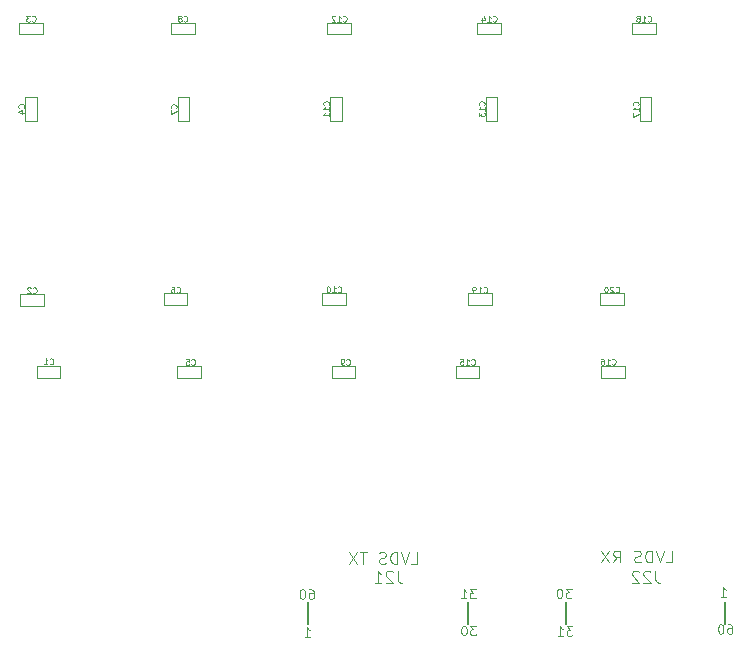
<source format=gbr>
%TF.GenerationSoftware,KiCad,Pcbnew,8.0.1*%
%TF.CreationDate,2024-06-10T14:17:39+05:30*%
%TF.ProjectId,GPIO HAT 1,4750494f-2048-4415-9420-312e6b696361,rev?*%
%TF.SameCoordinates,Original*%
%TF.FileFunction,Legend,Bot*%
%TF.FilePolarity,Positive*%
%FSLAX46Y46*%
G04 Gerber Fmt 4.6, Leading zero omitted, Abs format (unit mm)*
G04 Created by KiCad (PCBNEW 8.0.1) date 2024-06-10 14:17:39*
%MOMM*%
%LPD*%
G01*
G04 APERTURE LIST*
%ADD10C,0.100000*%
%ADD11C,0.050000*%
%ADD12C,0.200000*%
G04 APERTURE END LIST*
D10*
X137797325Y-138957119D02*
X138273515Y-138957119D01*
X138273515Y-138957119D02*
X138273515Y-137957119D01*
X137606848Y-137957119D02*
X137273515Y-138957119D01*
X137273515Y-138957119D02*
X136940182Y-137957119D01*
X136606848Y-138957119D02*
X136606848Y-137957119D01*
X136606848Y-137957119D02*
X136368753Y-137957119D01*
X136368753Y-137957119D02*
X136225896Y-138004738D01*
X136225896Y-138004738D02*
X136130658Y-138099976D01*
X136130658Y-138099976D02*
X136083039Y-138195214D01*
X136083039Y-138195214D02*
X136035420Y-138385690D01*
X136035420Y-138385690D02*
X136035420Y-138528547D01*
X136035420Y-138528547D02*
X136083039Y-138719023D01*
X136083039Y-138719023D02*
X136130658Y-138814261D01*
X136130658Y-138814261D02*
X136225896Y-138909500D01*
X136225896Y-138909500D02*
X136368753Y-138957119D01*
X136368753Y-138957119D02*
X136606848Y-138957119D01*
X135654467Y-138909500D02*
X135511610Y-138957119D01*
X135511610Y-138957119D02*
X135273515Y-138957119D01*
X135273515Y-138957119D02*
X135178277Y-138909500D01*
X135178277Y-138909500D02*
X135130658Y-138861880D01*
X135130658Y-138861880D02*
X135083039Y-138766642D01*
X135083039Y-138766642D02*
X135083039Y-138671404D01*
X135083039Y-138671404D02*
X135130658Y-138576166D01*
X135130658Y-138576166D02*
X135178277Y-138528547D01*
X135178277Y-138528547D02*
X135273515Y-138480928D01*
X135273515Y-138480928D02*
X135463991Y-138433309D01*
X135463991Y-138433309D02*
X135559229Y-138385690D01*
X135559229Y-138385690D02*
X135606848Y-138338071D01*
X135606848Y-138338071D02*
X135654467Y-138242833D01*
X135654467Y-138242833D02*
X135654467Y-138147595D01*
X135654467Y-138147595D02*
X135606848Y-138052357D01*
X135606848Y-138052357D02*
X135559229Y-138004738D01*
X135559229Y-138004738D02*
X135463991Y-137957119D01*
X135463991Y-137957119D02*
X135225896Y-137957119D01*
X135225896Y-137957119D02*
X135083039Y-138004738D01*
X133321134Y-138957119D02*
X133654467Y-138480928D01*
X133892562Y-138957119D02*
X133892562Y-137957119D01*
X133892562Y-137957119D02*
X133511610Y-137957119D01*
X133511610Y-137957119D02*
X133416372Y-138004738D01*
X133416372Y-138004738D02*
X133368753Y-138052357D01*
X133368753Y-138052357D02*
X133321134Y-138147595D01*
X133321134Y-138147595D02*
X133321134Y-138290452D01*
X133321134Y-138290452D02*
X133368753Y-138385690D01*
X133368753Y-138385690D02*
X133416372Y-138433309D01*
X133416372Y-138433309D02*
X133511610Y-138480928D01*
X133511610Y-138480928D02*
X133892562Y-138480928D01*
X132987800Y-137957119D02*
X132321134Y-138957119D01*
X132321134Y-137957119D02*
X132987800Y-138957119D01*
X129812125Y-141186895D02*
X129316887Y-141186895D01*
X129316887Y-141186895D02*
X129583553Y-141491657D01*
X129583553Y-141491657D02*
X129469268Y-141491657D01*
X129469268Y-141491657D02*
X129393077Y-141529752D01*
X129393077Y-141529752D02*
X129354982Y-141567847D01*
X129354982Y-141567847D02*
X129316887Y-141644038D01*
X129316887Y-141644038D02*
X129316887Y-141834514D01*
X129316887Y-141834514D02*
X129354982Y-141910704D01*
X129354982Y-141910704D02*
X129393077Y-141948800D01*
X129393077Y-141948800D02*
X129469268Y-141986895D01*
X129469268Y-141986895D02*
X129697839Y-141986895D01*
X129697839Y-141986895D02*
X129774030Y-141948800D01*
X129774030Y-141948800D02*
X129812125Y-141910704D01*
X128821648Y-141186895D02*
X128745458Y-141186895D01*
X128745458Y-141186895D02*
X128669267Y-141224990D01*
X128669267Y-141224990D02*
X128631172Y-141263085D01*
X128631172Y-141263085D02*
X128593077Y-141339276D01*
X128593077Y-141339276D02*
X128554982Y-141491657D01*
X128554982Y-141491657D02*
X128554982Y-141682133D01*
X128554982Y-141682133D02*
X128593077Y-141834514D01*
X128593077Y-141834514D02*
X128631172Y-141910704D01*
X128631172Y-141910704D02*
X128669267Y-141948800D01*
X128669267Y-141948800D02*
X128745458Y-141986895D01*
X128745458Y-141986895D02*
X128821648Y-141986895D01*
X128821648Y-141986895D02*
X128897839Y-141948800D01*
X128897839Y-141948800D02*
X128935934Y-141910704D01*
X128935934Y-141910704D02*
X128974029Y-141834514D01*
X128974029Y-141834514D02*
X129012125Y-141682133D01*
X129012125Y-141682133D02*
X129012125Y-141491657D01*
X129012125Y-141491657D02*
X128974029Y-141339276D01*
X128974029Y-141339276D02*
X128935934Y-141263085D01*
X128935934Y-141263085D02*
X128897839Y-141224990D01*
X128897839Y-141224990D02*
X128821648Y-141186895D01*
X129862925Y-144387295D02*
X129367687Y-144387295D01*
X129367687Y-144387295D02*
X129634353Y-144692057D01*
X129634353Y-144692057D02*
X129520068Y-144692057D01*
X129520068Y-144692057D02*
X129443877Y-144730152D01*
X129443877Y-144730152D02*
X129405782Y-144768247D01*
X129405782Y-144768247D02*
X129367687Y-144844438D01*
X129367687Y-144844438D02*
X129367687Y-145034914D01*
X129367687Y-145034914D02*
X129405782Y-145111104D01*
X129405782Y-145111104D02*
X129443877Y-145149200D01*
X129443877Y-145149200D02*
X129520068Y-145187295D01*
X129520068Y-145187295D02*
X129748639Y-145187295D01*
X129748639Y-145187295D02*
X129824830Y-145149200D01*
X129824830Y-145149200D02*
X129862925Y-145111104D01*
X128605782Y-145187295D02*
X129062925Y-145187295D01*
X128834353Y-145187295D02*
X128834353Y-144387295D01*
X128834353Y-144387295D02*
X128910544Y-144501580D01*
X128910544Y-144501580D02*
X128986734Y-144577771D01*
X128986734Y-144577771D02*
X129062925Y-144615866D01*
X116207325Y-139084119D02*
X116683515Y-139084119D01*
X116683515Y-139084119D02*
X116683515Y-138084119D01*
X116016848Y-138084119D02*
X115683515Y-139084119D01*
X115683515Y-139084119D02*
X115350182Y-138084119D01*
X115016848Y-139084119D02*
X115016848Y-138084119D01*
X115016848Y-138084119D02*
X114778753Y-138084119D01*
X114778753Y-138084119D02*
X114635896Y-138131738D01*
X114635896Y-138131738D02*
X114540658Y-138226976D01*
X114540658Y-138226976D02*
X114493039Y-138322214D01*
X114493039Y-138322214D02*
X114445420Y-138512690D01*
X114445420Y-138512690D02*
X114445420Y-138655547D01*
X114445420Y-138655547D02*
X114493039Y-138846023D01*
X114493039Y-138846023D02*
X114540658Y-138941261D01*
X114540658Y-138941261D02*
X114635896Y-139036500D01*
X114635896Y-139036500D02*
X114778753Y-139084119D01*
X114778753Y-139084119D02*
X115016848Y-139084119D01*
X114064467Y-139036500D02*
X113921610Y-139084119D01*
X113921610Y-139084119D02*
X113683515Y-139084119D01*
X113683515Y-139084119D02*
X113588277Y-139036500D01*
X113588277Y-139036500D02*
X113540658Y-138988880D01*
X113540658Y-138988880D02*
X113493039Y-138893642D01*
X113493039Y-138893642D02*
X113493039Y-138798404D01*
X113493039Y-138798404D02*
X113540658Y-138703166D01*
X113540658Y-138703166D02*
X113588277Y-138655547D01*
X113588277Y-138655547D02*
X113683515Y-138607928D01*
X113683515Y-138607928D02*
X113873991Y-138560309D01*
X113873991Y-138560309D02*
X113969229Y-138512690D01*
X113969229Y-138512690D02*
X114016848Y-138465071D01*
X114016848Y-138465071D02*
X114064467Y-138369833D01*
X114064467Y-138369833D02*
X114064467Y-138274595D01*
X114064467Y-138274595D02*
X114016848Y-138179357D01*
X114016848Y-138179357D02*
X113969229Y-138131738D01*
X113969229Y-138131738D02*
X113873991Y-138084119D01*
X113873991Y-138084119D02*
X113635896Y-138084119D01*
X113635896Y-138084119D02*
X113493039Y-138131738D01*
X112445419Y-138084119D02*
X111873991Y-138084119D01*
X112159705Y-139084119D02*
X112159705Y-138084119D01*
X111635895Y-138084119D02*
X110969229Y-139084119D01*
X110969229Y-138084119D02*
X111635895Y-139084119D01*
X142423287Y-141859895D02*
X142880430Y-141859895D01*
X142651858Y-141859895D02*
X142651858Y-141059895D01*
X142651858Y-141059895D02*
X142728049Y-141174180D01*
X142728049Y-141174180D02*
X142804239Y-141250371D01*
X142804239Y-141250371D02*
X142880430Y-141288466D01*
X107193487Y-145263495D02*
X107650630Y-145263495D01*
X107422058Y-145263495D02*
X107422058Y-144463495D01*
X107422058Y-144463495D02*
X107498249Y-144577780D01*
X107498249Y-144577780D02*
X107574439Y-144653971D01*
X107574439Y-144653971D02*
X107650630Y-144692066D01*
X107599877Y-141237695D02*
X107752258Y-141237695D01*
X107752258Y-141237695D02*
X107828449Y-141275790D01*
X107828449Y-141275790D02*
X107866544Y-141313885D01*
X107866544Y-141313885D02*
X107942734Y-141428171D01*
X107942734Y-141428171D02*
X107980830Y-141580552D01*
X107980830Y-141580552D02*
X107980830Y-141885314D01*
X107980830Y-141885314D02*
X107942734Y-141961504D01*
X107942734Y-141961504D02*
X107904639Y-141999600D01*
X107904639Y-141999600D02*
X107828449Y-142037695D01*
X107828449Y-142037695D02*
X107676068Y-142037695D01*
X107676068Y-142037695D02*
X107599877Y-141999600D01*
X107599877Y-141999600D02*
X107561782Y-141961504D01*
X107561782Y-141961504D02*
X107523687Y-141885314D01*
X107523687Y-141885314D02*
X107523687Y-141694838D01*
X107523687Y-141694838D02*
X107561782Y-141618647D01*
X107561782Y-141618647D02*
X107599877Y-141580552D01*
X107599877Y-141580552D02*
X107676068Y-141542457D01*
X107676068Y-141542457D02*
X107828449Y-141542457D01*
X107828449Y-141542457D02*
X107904639Y-141580552D01*
X107904639Y-141580552D02*
X107942734Y-141618647D01*
X107942734Y-141618647D02*
X107980830Y-141694838D01*
X107028448Y-141237695D02*
X106952258Y-141237695D01*
X106952258Y-141237695D02*
X106876067Y-141275790D01*
X106876067Y-141275790D02*
X106837972Y-141313885D01*
X106837972Y-141313885D02*
X106799877Y-141390076D01*
X106799877Y-141390076D02*
X106761782Y-141542457D01*
X106761782Y-141542457D02*
X106761782Y-141732933D01*
X106761782Y-141732933D02*
X106799877Y-141885314D01*
X106799877Y-141885314D02*
X106837972Y-141961504D01*
X106837972Y-141961504D02*
X106876067Y-141999600D01*
X106876067Y-141999600D02*
X106952258Y-142037695D01*
X106952258Y-142037695D02*
X107028448Y-142037695D01*
X107028448Y-142037695D02*
X107104639Y-141999600D01*
X107104639Y-141999600D02*
X107142734Y-141961504D01*
X107142734Y-141961504D02*
X107180829Y-141885314D01*
X107180829Y-141885314D02*
X107218925Y-141732933D01*
X107218925Y-141732933D02*
X107218925Y-141542457D01*
X107218925Y-141542457D02*
X107180829Y-141390076D01*
X107180829Y-141390076D02*
X107142734Y-141313885D01*
X107142734Y-141313885D02*
X107104639Y-141275790D01*
X107104639Y-141275790D02*
X107028448Y-141237695D01*
X121709525Y-144336495D02*
X121214287Y-144336495D01*
X121214287Y-144336495D02*
X121480953Y-144641257D01*
X121480953Y-144641257D02*
X121366668Y-144641257D01*
X121366668Y-144641257D02*
X121290477Y-144679352D01*
X121290477Y-144679352D02*
X121252382Y-144717447D01*
X121252382Y-144717447D02*
X121214287Y-144793638D01*
X121214287Y-144793638D02*
X121214287Y-144984114D01*
X121214287Y-144984114D02*
X121252382Y-145060304D01*
X121252382Y-145060304D02*
X121290477Y-145098400D01*
X121290477Y-145098400D02*
X121366668Y-145136495D01*
X121366668Y-145136495D02*
X121595239Y-145136495D01*
X121595239Y-145136495D02*
X121671430Y-145098400D01*
X121671430Y-145098400D02*
X121709525Y-145060304D01*
X120719048Y-144336495D02*
X120642858Y-144336495D01*
X120642858Y-144336495D02*
X120566667Y-144374590D01*
X120566667Y-144374590D02*
X120528572Y-144412685D01*
X120528572Y-144412685D02*
X120490477Y-144488876D01*
X120490477Y-144488876D02*
X120452382Y-144641257D01*
X120452382Y-144641257D02*
X120452382Y-144831733D01*
X120452382Y-144831733D02*
X120490477Y-144984114D01*
X120490477Y-144984114D02*
X120528572Y-145060304D01*
X120528572Y-145060304D02*
X120566667Y-145098400D01*
X120566667Y-145098400D02*
X120642858Y-145136495D01*
X120642858Y-145136495D02*
X120719048Y-145136495D01*
X120719048Y-145136495D02*
X120795239Y-145098400D01*
X120795239Y-145098400D02*
X120833334Y-145060304D01*
X120833334Y-145060304D02*
X120871429Y-144984114D01*
X120871429Y-144984114D02*
X120909525Y-144831733D01*
X120909525Y-144831733D02*
X120909525Y-144641257D01*
X120909525Y-144641257D02*
X120871429Y-144488876D01*
X120871429Y-144488876D02*
X120833334Y-144412685D01*
X120833334Y-144412685D02*
X120795239Y-144374590D01*
X120795239Y-144374590D02*
X120719048Y-144336495D01*
X121684125Y-141212295D02*
X121188887Y-141212295D01*
X121188887Y-141212295D02*
X121455553Y-141517057D01*
X121455553Y-141517057D02*
X121341268Y-141517057D01*
X121341268Y-141517057D02*
X121265077Y-141555152D01*
X121265077Y-141555152D02*
X121226982Y-141593247D01*
X121226982Y-141593247D02*
X121188887Y-141669438D01*
X121188887Y-141669438D02*
X121188887Y-141859914D01*
X121188887Y-141859914D02*
X121226982Y-141936104D01*
X121226982Y-141936104D02*
X121265077Y-141974200D01*
X121265077Y-141974200D02*
X121341268Y-142012295D01*
X121341268Y-142012295D02*
X121569839Y-142012295D01*
X121569839Y-142012295D02*
X121646030Y-141974200D01*
X121646030Y-141974200D02*
X121684125Y-141936104D01*
X120426982Y-142012295D02*
X120884125Y-142012295D01*
X120655553Y-142012295D02*
X120655553Y-141212295D01*
X120655553Y-141212295D02*
X120731744Y-141326580D01*
X120731744Y-141326580D02*
X120807934Y-141402771D01*
X120807934Y-141402771D02*
X120884125Y-141440866D01*
X143032877Y-144184095D02*
X143185258Y-144184095D01*
X143185258Y-144184095D02*
X143261449Y-144222190D01*
X143261449Y-144222190D02*
X143299544Y-144260285D01*
X143299544Y-144260285D02*
X143375734Y-144374571D01*
X143375734Y-144374571D02*
X143413830Y-144526952D01*
X143413830Y-144526952D02*
X143413830Y-144831714D01*
X143413830Y-144831714D02*
X143375734Y-144907904D01*
X143375734Y-144907904D02*
X143337639Y-144946000D01*
X143337639Y-144946000D02*
X143261449Y-144984095D01*
X143261449Y-144984095D02*
X143109068Y-144984095D01*
X143109068Y-144984095D02*
X143032877Y-144946000D01*
X143032877Y-144946000D02*
X142994782Y-144907904D01*
X142994782Y-144907904D02*
X142956687Y-144831714D01*
X142956687Y-144831714D02*
X142956687Y-144641238D01*
X142956687Y-144641238D02*
X142994782Y-144565047D01*
X142994782Y-144565047D02*
X143032877Y-144526952D01*
X143032877Y-144526952D02*
X143109068Y-144488857D01*
X143109068Y-144488857D02*
X143261449Y-144488857D01*
X143261449Y-144488857D02*
X143337639Y-144526952D01*
X143337639Y-144526952D02*
X143375734Y-144565047D01*
X143375734Y-144565047D02*
X143413830Y-144641238D01*
X142461448Y-144184095D02*
X142385258Y-144184095D01*
X142385258Y-144184095D02*
X142309067Y-144222190D01*
X142309067Y-144222190D02*
X142270972Y-144260285D01*
X142270972Y-144260285D02*
X142232877Y-144336476D01*
X142232877Y-144336476D02*
X142194782Y-144488857D01*
X142194782Y-144488857D02*
X142194782Y-144679333D01*
X142194782Y-144679333D02*
X142232877Y-144831714D01*
X142232877Y-144831714D02*
X142270972Y-144907904D01*
X142270972Y-144907904D02*
X142309067Y-144946000D01*
X142309067Y-144946000D02*
X142385258Y-144984095D01*
X142385258Y-144984095D02*
X142461448Y-144984095D01*
X142461448Y-144984095D02*
X142537639Y-144946000D01*
X142537639Y-144946000D02*
X142575734Y-144907904D01*
X142575734Y-144907904D02*
X142613829Y-144831714D01*
X142613829Y-144831714D02*
X142651925Y-144679333D01*
X142651925Y-144679333D02*
X142651925Y-144488857D01*
X142651925Y-144488857D02*
X142613829Y-144336476D01*
X142613829Y-144336476D02*
X142575734Y-144260285D01*
X142575734Y-144260285D02*
X142537639Y-144222190D01*
X142537639Y-144222190D02*
X142461448Y-144184095D01*
D11*
X110720733Y-122196990D02*
X110744542Y-122220800D01*
X110744542Y-122220800D02*
X110815971Y-122244609D01*
X110815971Y-122244609D02*
X110863590Y-122244609D01*
X110863590Y-122244609D02*
X110935018Y-122220800D01*
X110935018Y-122220800D02*
X110982637Y-122173180D01*
X110982637Y-122173180D02*
X111006447Y-122125561D01*
X111006447Y-122125561D02*
X111030256Y-122030323D01*
X111030256Y-122030323D02*
X111030256Y-121958895D01*
X111030256Y-121958895D02*
X111006447Y-121863657D01*
X111006447Y-121863657D02*
X110982637Y-121816038D01*
X110982637Y-121816038D02*
X110935018Y-121768419D01*
X110935018Y-121768419D02*
X110863590Y-121744609D01*
X110863590Y-121744609D02*
X110815971Y-121744609D01*
X110815971Y-121744609D02*
X110744542Y-121768419D01*
X110744542Y-121768419D02*
X110720733Y-121792228D01*
X110482637Y-122244609D02*
X110387399Y-122244609D01*
X110387399Y-122244609D02*
X110339780Y-122220800D01*
X110339780Y-122220800D02*
X110315971Y-122196990D01*
X110315971Y-122196990D02*
X110268352Y-122125561D01*
X110268352Y-122125561D02*
X110244542Y-122030323D01*
X110244542Y-122030323D02*
X110244542Y-121839847D01*
X110244542Y-121839847D02*
X110268352Y-121792228D01*
X110268352Y-121792228D02*
X110292161Y-121768419D01*
X110292161Y-121768419D02*
X110339780Y-121744609D01*
X110339780Y-121744609D02*
X110435018Y-121744609D01*
X110435018Y-121744609D02*
X110482637Y-121768419D01*
X110482637Y-121768419D02*
X110506447Y-121792228D01*
X110506447Y-121792228D02*
X110530256Y-121839847D01*
X110530256Y-121839847D02*
X110530256Y-121958895D01*
X110530256Y-121958895D02*
X110506447Y-122006514D01*
X110506447Y-122006514D02*
X110482637Y-122030323D01*
X110482637Y-122030323D02*
X110435018Y-122054133D01*
X110435018Y-122054133D02*
X110339780Y-122054133D01*
X110339780Y-122054133D02*
X110292161Y-122030323D01*
X110292161Y-122030323D02*
X110268352Y-122006514D01*
X110268352Y-122006514D02*
X110244542Y-121958895D01*
X96349333Y-116075590D02*
X96373142Y-116099400D01*
X96373142Y-116099400D02*
X96444571Y-116123209D01*
X96444571Y-116123209D02*
X96492190Y-116123209D01*
X96492190Y-116123209D02*
X96563618Y-116099400D01*
X96563618Y-116099400D02*
X96611237Y-116051780D01*
X96611237Y-116051780D02*
X96635047Y-116004161D01*
X96635047Y-116004161D02*
X96658856Y-115908923D01*
X96658856Y-115908923D02*
X96658856Y-115837495D01*
X96658856Y-115837495D02*
X96635047Y-115742257D01*
X96635047Y-115742257D02*
X96611237Y-115694638D01*
X96611237Y-115694638D02*
X96563618Y-115647019D01*
X96563618Y-115647019D02*
X96492190Y-115623209D01*
X96492190Y-115623209D02*
X96444571Y-115623209D01*
X96444571Y-115623209D02*
X96373142Y-115647019D01*
X96373142Y-115647019D02*
X96349333Y-115670828D01*
X95920761Y-115623209D02*
X96015999Y-115623209D01*
X96015999Y-115623209D02*
X96063618Y-115647019D01*
X96063618Y-115647019D02*
X96087428Y-115670828D01*
X96087428Y-115670828D02*
X96135047Y-115742257D01*
X96135047Y-115742257D02*
X96158856Y-115837495D01*
X96158856Y-115837495D02*
X96158856Y-116027971D01*
X96158856Y-116027971D02*
X96135047Y-116075590D01*
X96135047Y-116075590D02*
X96111237Y-116099400D01*
X96111237Y-116099400D02*
X96063618Y-116123209D01*
X96063618Y-116123209D02*
X95968380Y-116123209D01*
X95968380Y-116123209D02*
X95920761Y-116099400D01*
X95920761Y-116099400D02*
X95896952Y-116075590D01*
X95896952Y-116075590D02*
X95873142Y-116027971D01*
X95873142Y-116027971D02*
X95873142Y-115908923D01*
X95873142Y-115908923D02*
X95896952Y-115861304D01*
X95896952Y-115861304D02*
X95920761Y-115837495D01*
X95920761Y-115837495D02*
X95968380Y-115813685D01*
X95968380Y-115813685D02*
X96063618Y-115813685D01*
X96063618Y-115813685D02*
X96111237Y-115837495D01*
X96111237Y-115837495D02*
X96135047Y-115861304D01*
X96135047Y-115861304D02*
X96158856Y-115908923D01*
X123130428Y-93139390D02*
X123154237Y-93163200D01*
X123154237Y-93163200D02*
X123225666Y-93187009D01*
X123225666Y-93187009D02*
X123273285Y-93187009D01*
X123273285Y-93187009D02*
X123344713Y-93163200D01*
X123344713Y-93163200D02*
X123392332Y-93115580D01*
X123392332Y-93115580D02*
X123416142Y-93067961D01*
X123416142Y-93067961D02*
X123439951Y-92972723D01*
X123439951Y-92972723D02*
X123439951Y-92901295D01*
X123439951Y-92901295D02*
X123416142Y-92806057D01*
X123416142Y-92806057D02*
X123392332Y-92758438D01*
X123392332Y-92758438D02*
X123344713Y-92710819D01*
X123344713Y-92710819D02*
X123273285Y-92687009D01*
X123273285Y-92687009D02*
X123225666Y-92687009D01*
X123225666Y-92687009D02*
X123154237Y-92710819D01*
X123154237Y-92710819D02*
X123130428Y-92734628D01*
X122654237Y-93187009D02*
X122939951Y-93187009D01*
X122797094Y-93187009D02*
X122797094Y-92687009D01*
X122797094Y-92687009D02*
X122844713Y-92758438D01*
X122844713Y-92758438D02*
X122892332Y-92806057D01*
X122892332Y-92806057D02*
X122939951Y-92829866D01*
X122225666Y-92853676D02*
X122225666Y-93187009D01*
X122344714Y-92663200D02*
X122463761Y-93020342D01*
X122463761Y-93020342D02*
X122154238Y-93020342D01*
X122338028Y-116075590D02*
X122361837Y-116099400D01*
X122361837Y-116099400D02*
X122433266Y-116123209D01*
X122433266Y-116123209D02*
X122480885Y-116123209D01*
X122480885Y-116123209D02*
X122552313Y-116099400D01*
X122552313Y-116099400D02*
X122599932Y-116051780D01*
X122599932Y-116051780D02*
X122623742Y-116004161D01*
X122623742Y-116004161D02*
X122647551Y-115908923D01*
X122647551Y-115908923D02*
X122647551Y-115837495D01*
X122647551Y-115837495D02*
X122623742Y-115742257D01*
X122623742Y-115742257D02*
X122599932Y-115694638D01*
X122599932Y-115694638D02*
X122552313Y-115647019D01*
X122552313Y-115647019D02*
X122480885Y-115623209D01*
X122480885Y-115623209D02*
X122433266Y-115623209D01*
X122433266Y-115623209D02*
X122361837Y-115647019D01*
X122361837Y-115647019D02*
X122338028Y-115670828D01*
X121861837Y-116123209D02*
X122147551Y-116123209D01*
X122004694Y-116123209D02*
X122004694Y-115623209D01*
X122004694Y-115623209D02*
X122052313Y-115694638D01*
X122052313Y-115694638D02*
X122099932Y-115742257D01*
X122099932Y-115742257D02*
X122147551Y-115766066D01*
X121623742Y-116123209D02*
X121528504Y-116123209D01*
X121528504Y-116123209D02*
X121480885Y-116099400D01*
X121480885Y-116099400D02*
X121457076Y-116075590D01*
X121457076Y-116075590D02*
X121409457Y-116004161D01*
X121409457Y-116004161D02*
X121385647Y-115908923D01*
X121385647Y-115908923D02*
X121385647Y-115718447D01*
X121385647Y-115718447D02*
X121409457Y-115670828D01*
X121409457Y-115670828D02*
X121433266Y-115647019D01*
X121433266Y-115647019D02*
X121480885Y-115623209D01*
X121480885Y-115623209D02*
X121576123Y-115623209D01*
X121576123Y-115623209D02*
X121623742Y-115647019D01*
X121623742Y-115647019D02*
X121647552Y-115670828D01*
X121647552Y-115670828D02*
X121671361Y-115718447D01*
X121671361Y-115718447D02*
X121671361Y-115837495D01*
X121671361Y-115837495D02*
X121647552Y-115885114D01*
X121647552Y-115885114D02*
X121623742Y-115908923D01*
X121623742Y-115908923D02*
X121576123Y-115932733D01*
X121576123Y-115932733D02*
X121480885Y-115932733D01*
X121480885Y-115932733D02*
X121433266Y-115908923D01*
X121433266Y-115908923D02*
X121409457Y-115885114D01*
X121409457Y-115885114D02*
X121385647Y-115837495D01*
X136231828Y-93139390D02*
X136255637Y-93163200D01*
X136255637Y-93163200D02*
X136327066Y-93187009D01*
X136327066Y-93187009D02*
X136374685Y-93187009D01*
X136374685Y-93187009D02*
X136446113Y-93163200D01*
X136446113Y-93163200D02*
X136493732Y-93115580D01*
X136493732Y-93115580D02*
X136517542Y-93067961D01*
X136517542Y-93067961D02*
X136541351Y-92972723D01*
X136541351Y-92972723D02*
X136541351Y-92901295D01*
X136541351Y-92901295D02*
X136517542Y-92806057D01*
X136517542Y-92806057D02*
X136493732Y-92758438D01*
X136493732Y-92758438D02*
X136446113Y-92710819D01*
X136446113Y-92710819D02*
X136374685Y-92687009D01*
X136374685Y-92687009D02*
X136327066Y-92687009D01*
X136327066Y-92687009D02*
X136255637Y-92710819D01*
X136255637Y-92710819D02*
X136231828Y-92734628D01*
X135755637Y-93187009D02*
X136041351Y-93187009D01*
X135898494Y-93187009D02*
X135898494Y-92687009D01*
X135898494Y-92687009D02*
X135946113Y-92758438D01*
X135946113Y-92758438D02*
X135993732Y-92806057D01*
X135993732Y-92806057D02*
X136041351Y-92829866D01*
X135469923Y-92901295D02*
X135517542Y-92877485D01*
X135517542Y-92877485D02*
X135541352Y-92853676D01*
X135541352Y-92853676D02*
X135565161Y-92806057D01*
X135565161Y-92806057D02*
X135565161Y-92782247D01*
X135565161Y-92782247D02*
X135541352Y-92734628D01*
X135541352Y-92734628D02*
X135517542Y-92710819D01*
X135517542Y-92710819D02*
X135469923Y-92687009D01*
X135469923Y-92687009D02*
X135374685Y-92687009D01*
X135374685Y-92687009D02*
X135327066Y-92710819D01*
X135327066Y-92710819D02*
X135303257Y-92734628D01*
X135303257Y-92734628D02*
X135279447Y-92782247D01*
X135279447Y-92782247D02*
X135279447Y-92806057D01*
X135279447Y-92806057D02*
X135303257Y-92853676D01*
X135303257Y-92853676D02*
X135327066Y-92877485D01*
X135327066Y-92877485D02*
X135374685Y-92901295D01*
X135374685Y-92901295D02*
X135469923Y-92901295D01*
X135469923Y-92901295D02*
X135517542Y-92925104D01*
X135517542Y-92925104D02*
X135541352Y-92948914D01*
X135541352Y-92948914D02*
X135565161Y-92996533D01*
X135565161Y-92996533D02*
X135565161Y-93091771D01*
X135565161Y-93091771D02*
X135541352Y-93139390D01*
X135541352Y-93139390D02*
X135517542Y-93163200D01*
X135517542Y-93163200D02*
X135469923Y-93187009D01*
X135469923Y-93187009D02*
X135374685Y-93187009D01*
X135374685Y-93187009D02*
X135327066Y-93163200D01*
X135327066Y-93163200D02*
X135303257Y-93139390D01*
X135303257Y-93139390D02*
X135279447Y-93091771D01*
X135279447Y-93091771D02*
X135279447Y-92996533D01*
X135279447Y-92996533D02*
X135303257Y-92948914D01*
X135303257Y-92948914D02*
X135327066Y-92925104D01*
X135327066Y-92925104D02*
X135374685Y-92901295D01*
X83411890Y-100475266D02*
X83435700Y-100451457D01*
X83435700Y-100451457D02*
X83459509Y-100380028D01*
X83459509Y-100380028D02*
X83459509Y-100332409D01*
X83459509Y-100332409D02*
X83435700Y-100260981D01*
X83435700Y-100260981D02*
X83388080Y-100213362D01*
X83388080Y-100213362D02*
X83340461Y-100189552D01*
X83340461Y-100189552D02*
X83245223Y-100165743D01*
X83245223Y-100165743D02*
X83173795Y-100165743D01*
X83173795Y-100165743D02*
X83078557Y-100189552D01*
X83078557Y-100189552D02*
X83030938Y-100213362D01*
X83030938Y-100213362D02*
X82983319Y-100260981D01*
X82983319Y-100260981D02*
X82959509Y-100332409D01*
X82959509Y-100332409D02*
X82959509Y-100380028D01*
X82959509Y-100380028D02*
X82983319Y-100451457D01*
X82983319Y-100451457D02*
X83007128Y-100475266D01*
X83126176Y-100903838D02*
X83459509Y-100903838D01*
X82935700Y-100784790D02*
X83292842Y-100665743D01*
X83292842Y-100665743D02*
X83292842Y-100975266D01*
X109993628Y-116050190D02*
X110017437Y-116074000D01*
X110017437Y-116074000D02*
X110088866Y-116097809D01*
X110088866Y-116097809D02*
X110136485Y-116097809D01*
X110136485Y-116097809D02*
X110207913Y-116074000D01*
X110207913Y-116074000D02*
X110255532Y-116026380D01*
X110255532Y-116026380D02*
X110279342Y-115978761D01*
X110279342Y-115978761D02*
X110303151Y-115883523D01*
X110303151Y-115883523D02*
X110303151Y-115812095D01*
X110303151Y-115812095D02*
X110279342Y-115716857D01*
X110279342Y-115716857D02*
X110255532Y-115669238D01*
X110255532Y-115669238D02*
X110207913Y-115621619D01*
X110207913Y-115621619D02*
X110136485Y-115597809D01*
X110136485Y-115597809D02*
X110088866Y-115597809D01*
X110088866Y-115597809D02*
X110017437Y-115621619D01*
X110017437Y-115621619D02*
X109993628Y-115645428D01*
X109517437Y-116097809D02*
X109803151Y-116097809D01*
X109660294Y-116097809D02*
X109660294Y-115597809D01*
X109660294Y-115597809D02*
X109707913Y-115669238D01*
X109707913Y-115669238D02*
X109755532Y-115716857D01*
X109755532Y-115716857D02*
X109803151Y-115740666D01*
X109207914Y-115597809D02*
X109160295Y-115597809D01*
X109160295Y-115597809D02*
X109112676Y-115621619D01*
X109112676Y-115621619D02*
X109088866Y-115645428D01*
X109088866Y-115645428D02*
X109065057Y-115693047D01*
X109065057Y-115693047D02*
X109041247Y-115788285D01*
X109041247Y-115788285D02*
X109041247Y-115907333D01*
X109041247Y-115907333D02*
X109065057Y-116002571D01*
X109065057Y-116002571D02*
X109088866Y-116050190D01*
X109088866Y-116050190D02*
X109112676Y-116074000D01*
X109112676Y-116074000D02*
X109160295Y-116097809D01*
X109160295Y-116097809D02*
X109207914Y-116097809D01*
X109207914Y-116097809D02*
X109255533Y-116074000D01*
X109255533Y-116074000D02*
X109279342Y-116050190D01*
X109279342Y-116050190D02*
X109303152Y-116002571D01*
X109303152Y-116002571D02*
X109326961Y-115907333D01*
X109326961Y-115907333D02*
X109326961Y-115788285D01*
X109326961Y-115788285D02*
X109303152Y-115693047D01*
X109303152Y-115693047D02*
X109279342Y-115645428D01*
X109279342Y-115645428D02*
X109255533Y-115621619D01*
X109255533Y-115621619D02*
X109207914Y-115597809D01*
X84106533Y-93139390D02*
X84130342Y-93163200D01*
X84130342Y-93163200D02*
X84201771Y-93187009D01*
X84201771Y-93187009D02*
X84249390Y-93187009D01*
X84249390Y-93187009D02*
X84320818Y-93163200D01*
X84320818Y-93163200D02*
X84368437Y-93115580D01*
X84368437Y-93115580D02*
X84392247Y-93067961D01*
X84392247Y-93067961D02*
X84416056Y-92972723D01*
X84416056Y-92972723D02*
X84416056Y-92901295D01*
X84416056Y-92901295D02*
X84392247Y-92806057D01*
X84392247Y-92806057D02*
X84368437Y-92758438D01*
X84368437Y-92758438D02*
X84320818Y-92710819D01*
X84320818Y-92710819D02*
X84249390Y-92687009D01*
X84249390Y-92687009D02*
X84201771Y-92687009D01*
X84201771Y-92687009D02*
X84130342Y-92710819D01*
X84130342Y-92710819D02*
X84106533Y-92734628D01*
X83939866Y-92687009D02*
X83630342Y-92687009D01*
X83630342Y-92687009D02*
X83797009Y-92877485D01*
X83797009Y-92877485D02*
X83725580Y-92877485D01*
X83725580Y-92877485D02*
X83677961Y-92901295D01*
X83677961Y-92901295D02*
X83654152Y-92925104D01*
X83654152Y-92925104D02*
X83630342Y-92972723D01*
X83630342Y-92972723D02*
X83630342Y-93091771D01*
X83630342Y-93091771D02*
X83654152Y-93139390D01*
X83654152Y-93139390D02*
X83677961Y-93163200D01*
X83677961Y-93163200D02*
X83725580Y-93187009D01*
X83725580Y-93187009D02*
X83868437Y-93187009D01*
X83868437Y-93187009D02*
X83916056Y-93163200D01*
X83916056Y-93163200D02*
X83939866Y-93139390D01*
X97588933Y-122196990D02*
X97612742Y-122220800D01*
X97612742Y-122220800D02*
X97684171Y-122244609D01*
X97684171Y-122244609D02*
X97731790Y-122244609D01*
X97731790Y-122244609D02*
X97803218Y-122220800D01*
X97803218Y-122220800D02*
X97850837Y-122173180D01*
X97850837Y-122173180D02*
X97874647Y-122125561D01*
X97874647Y-122125561D02*
X97898456Y-122030323D01*
X97898456Y-122030323D02*
X97898456Y-121958895D01*
X97898456Y-121958895D02*
X97874647Y-121863657D01*
X97874647Y-121863657D02*
X97850837Y-121816038D01*
X97850837Y-121816038D02*
X97803218Y-121768419D01*
X97803218Y-121768419D02*
X97731790Y-121744609D01*
X97731790Y-121744609D02*
X97684171Y-121744609D01*
X97684171Y-121744609D02*
X97612742Y-121768419D01*
X97612742Y-121768419D02*
X97588933Y-121792228D01*
X97136552Y-121744609D02*
X97374647Y-121744609D01*
X97374647Y-121744609D02*
X97398456Y-121982704D01*
X97398456Y-121982704D02*
X97374647Y-121958895D01*
X97374647Y-121958895D02*
X97327028Y-121935085D01*
X97327028Y-121935085D02*
X97207980Y-121935085D01*
X97207980Y-121935085D02*
X97160361Y-121958895D01*
X97160361Y-121958895D02*
X97136552Y-121982704D01*
X97136552Y-121982704D02*
X97112742Y-122030323D01*
X97112742Y-122030323D02*
X97112742Y-122149371D01*
X97112742Y-122149371D02*
X97136552Y-122196990D01*
X97136552Y-122196990D02*
X97160361Y-122220800D01*
X97160361Y-122220800D02*
X97207980Y-122244609D01*
X97207980Y-122244609D02*
X97327028Y-122244609D01*
X97327028Y-122244609D02*
X97374647Y-122220800D01*
X97374647Y-122220800D02*
X97398456Y-122196990D01*
X133514028Y-116058290D02*
X133537837Y-116082100D01*
X133537837Y-116082100D02*
X133609266Y-116105909D01*
X133609266Y-116105909D02*
X133656885Y-116105909D01*
X133656885Y-116105909D02*
X133728313Y-116082100D01*
X133728313Y-116082100D02*
X133775932Y-116034480D01*
X133775932Y-116034480D02*
X133799742Y-115986861D01*
X133799742Y-115986861D02*
X133823551Y-115891623D01*
X133823551Y-115891623D02*
X133823551Y-115820195D01*
X133823551Y-115820195D02*
X133799742Y-115724957D01*
X133799742Y-115724957D02*
X133775932Y-115677338D01*
X133775932Y-115677338D02*
X133728313Y-115629719D01*
X133728313Y-115629719D02*
X133656885Y-115605909D01*
X133656885Y-115605909D02*
X133609266Y-115605909D01*
X133609266Y-115605909D02*
X133537837Y-115629719D01*
X133537837Y-115629719D02*
X133514028Y-115653528D01*
X133323551Y-115653528D02*
X133299742Y-115629719D01*
X133299742Y-115629719D02*
X133252123Y-115605909D01*
X133252123Y-115605909D02*
X133133075Y-115605909D01*
X133133075Y-115605909D02*
X133085456Y-115629719D01*
X133085456Y-115629719D02*
X133061647Y-115653528D01*
X133061647Y-115653528D02*
X133037837Y-115701147D01*
X133037837Y-115701147D02*
X133037837Y-115748766D01*
X133037837Y-115748766D02*
X133061647Y-115820195D01*
X133061647Y-115820195D02*
X133347361Y-116105909D01*
X133347361Y-116105909D02*
X133037837Y-116105909D01*
X132728314Y-115605909D02*
X132680695Y-115605909D01*
X132680695Y-115605909D02*
X132633076Y-115629719D01*
X132633076Y-115629719D02*
X132609266Y-115653528D01*
X132609266Y-115653528D02*
X132585457Y-115701147D01*
X132585457Y-115701147D02*
X132561647Y-115796385D01*
X132561647Y-115796385D02*
X132561647Y-115915433D01*
X132561647Y-115915433D02*
X132585457Y-116010671D01*
X132585457Y-116010671D02*
X132609266Y-116058290D01*
X132609266Y-116058290D02*
X132633076Y-116082100D01*
X132633076Y-116082100D02*
X132680695Y-116105909D01*
X132680695Y-116105909D02*
X132728314Y-116105909D01*
X132728314Y-116105909D02*
X132775933Y-116082100D01*
X132775933Y-116082100D02*
X132799742Y-116058290D01*
X132799742Y-116058290D02*
X132823552Y-116010671D01*
X132823552Y-116010671D02*
X132847361Y-115915433D01*
X132847361Y-115915433D02*
X132847361Y-115796385D01*
X132847361Y-115796385D02*
X132823552Y-115701147D01*
X132823552Y-115701147D02*
X132799742Y-115653528D01*
X132799742Y-115653528D02*
X132775933Y-115629719D01*
X132775933Y-115629719D02*
X132728314Y-115605909D01*
X121301628Y-122196990D02*
X121325437Y-122220800D01*
X121325437Y-122220800D02*
X121396866Y-122244609D01*
X121396866Y-122244609D02*
X121444485Y-122244609D01*
X121444485Y-122244609D02*
X121515913Y-122220800D01*
X121515913Y-122220800D02*
X121563532Y-122173180D01*
X121563532Y-122173180D02*
X121587342Y-122125561D01*
X121587342Y-122125561D02*
X121611151Y-122030323D01*
X121611151Y-122030323D02*
X121611151Y-121958895D01*
X121611151Y-121958895D02*
X121587342Y-121863657D01*
X121587342Y-121863657D02*
X121563532Y-121816038D01*
X121563532Y-121816038D02*
X121515913Y-121768419D01*
X121515913Y-121768419D02*
X121444485Y-121744609D01*
X121444485Y-121744609D02*
X121396866Y-121744609D01*
X121396866Y-121744609D02*
X121325437Y-121768419D01*
X121325437Y-121768419D02*
X121301628Y-121792228D01*
X120825437Y-122244609D02*
X121111151Y-122244609D01*
X120968294Y-122244609D02*
X120968294Y-121744609D01*
X120968294Y-121744609D02*
X121015913Y-121816038D01*
X121015913Y-121816038D02*
X121063532Y-121863657D01*
X121063532Y-121863657D02*
X121111151Y-121887466D01*
X120373057Y-121744609D02*
X120611152Y-121744609D01*
X120611152Y-121744609D02*
X120634961Y-121982704D01*
X120634961Y-121982704D02*
X120611152Y-121958895D01*
X120611152Y-121958895D02*
X120563533Y-121935085D01*
X120563533Y-121935085D02*
X120444485Y-121935085D01*
X120444485Y-121935085D02*
X120396866Y-121958895D01*
X120396866Y-121958895D02*
X120373057Y-121982704D01*
X120373057Y-121982704D02*
X120349247Y-122030323D01*
X120349247Y-122030323D02*
X120349247Y-122149371D01*
X120349247Y-122149371D02*
X120373057Y-122196990D01*
X120373057Y-122196990D02*
X120396866Y-122220800D01*
X120396866Y-122220800D02*
X120444485Y-122244609D01*
X120444485Y-122244609D02*
X120563533Y-122244609D01*
X120563533Y-122244609D02*
X120611152Y-122220800D01*
X120611152Y-122220800D02*
X120634961Y-122196990D01*
X133209228Y-122171590D02*
X133233037Y-122195400D01*
X133233037Y-122195400D02*
X133304466Y-122219209D01*
X133304466Y-122219209D02*
X133352085Y-122219209D01*
X133352085Y-122219209D02*
X133423513Y-122195400D01*
X133423513Y-122195400D02*
X133471132Y-122147780D01*
X133471132Y-122147780D02*
X133494942Y-122100161D01*
X133494942Y-122100161D02*
X133518751Y-122004923D01*
X133518751Y-122004923D02*
X133518751Y-121933495D01*
X133518751Y-121933495D02*
X133494942Y-121838257D01*
X133494942Y-121838257D02*
X133471132Y-121790638D01*
X133471132Y-121790638D02*
X133423513Y-121743019D01*
X133423513Y-121743019D02*
X133352085Y-121719209D01*
X133352085Y-121719209D02*
X133304466Y-121719209D01*
X133304466Y-121719209D02*
X133233037Y-121743019D01*
X133233037Y-121743019D02*
X133209228Y-121766828D01*
X132733037Y-122219209D02*
X133018751Y-122219209D01*
X132875894Y-122219209D02*
X132875894Y-121719209D01*
X132875894Y-121719209D02*
X132923513Y-121790638D01*
X132923513Y-121790638D02*
X132971132Y-121838257D01*
X132971132Y-121838257D02*
X133018751Y-121862066D01*
X132304466Y-121719209D02*
X132399704Y-121719209D01*
X132399704Y-121719209D02*
X132447323Y-121743019D01*
X132447323Y-121743019D02*
X132471133Y-121766828D01*
X132471133Y-121766828D02*
X132518752Y-121838257D01*
X132518752Y-121838257D02*
X132542561Y-121933495D01*
X132542561Y-121933495D02*
X132542561Y-122123971D01*
X132542561Y-122123971D02*
X132518752Y-122171590D01*
X132518752Y-122171590D02*
X132494942Y-122195400D01*
X132494942Y-122195400D02*
X132447323Y-122219209D01*
X132447323Y-122219209D02*
X132352085Y-122219209D01*
X132352085Y-122219209D02*
X132304466Y-122195400D01*
X132304466Y-122195400D02*
X132280657Y-122171590D01*
X132280657Y-122171590D02*
X132256847Y-122123971D01*
X132256847Y-122123971D02*
X132256847Y-122004923D01*
X132256847Y-122004923D02*
X132280657Y-121957304D01*
X132280657Y-121957304D02*
X132304466Y-121933495D01*
X132304466Y-121933495D02*
X132352085Y-121909685D01*
X132352085Y-121909685D02*
X132447323Y-121909685D01*
X132447323Y-121909685D02*
X132494942Y-121933495D01*
X132494942Y-121933495D02*
X132518752Y-121957304D01*
X132518752Y-121957304D02*
X132542561Y-122004923D01*
X96953933Y-93139390D02*
X96977742Y-93163200D01*
X96977742Y-93163200D02*
X97049171Y-93187009D01*
X97049171Y-93187009D02*
X97096790Y-93187009D01*
X97096790Y-93187009D02*
X97168218Y-93163200D01*
X97168218Y-93163200D02*
X97215837Y-93115580D01*
X97215837Y-93115580D02*
X97239647Y-93067961D01*
X97239647Y-93067961D02*
X97263456Y-92972723D01*
X97263456Y-92972723D02*
X97263456Y-92901295D01*
X97263456Y-92901295D02*
X97239647Y-92806057D01*
X97239647Y-92806057D02*
X97215837Y-92758438D01*
X97215837Y-92758438D02*
X97168218Y-92710819D01*
X97168218Y-92710819D02*
X97096790Y-92687009D01*
X97096790Y-92687009D02*
X97049171Y-92687009D01*
X97049171Y-92687009D02*
X96977742Y-92710819D01*
X96977742Y-92710819D02*
X96953933Y-92734628D01*
X96668218Y-92901295D02*
X96715837Y-92877485D01*
X96715837Y-92877485D02*
X96739647Y-92853676D01*
X96739647Y-92853676D02*
X96763456Y-92806057D01*
X96763456Y-92806057D02*
X96763456Y-92782247D01*
X96763456Y-92782247D02*
X96739647Y-92734628D01*
X96739647Y-92734628D02*
X96715837Y-92710819D01*
X96715837Y-92710819D02*
X96668218Y-92687009D01*
X96668218Y-92687009D02*
X96572980Y-92687009D01*
X96572980Y-92687009D02*
X96525361Y-92710819D01*
X96525361Y-92710819D02*
X96501552Y-92734628D01*
X96501552Y-92734628D02*
X96477742Y-92782247D01*
X96477742Y-92782247D02*
X96477742Y-92806057D01*
X96477742Y-92806057D02*
X96501552Y-92853676D01*
X96501552Y-92853676D02*
X96525361Y-92877485D01*
X96525361Y-92877485D02*
X96572980Y-92901295D01*
X96572980Y-92901295D02*
X96668218Y-92901295D01*
X96668218Y-92901295D02*
X96715837Y-92925104D01*
X96715837Y-92925104D02*
X96739647Y-92948914D01*
X96739647Y-92948914D02*
X96763456Y-92996533D01*
X96763456Y-92996533D02*
X96763456Y-93091771D01*
X96763456Y-93091771D02*
X96739647Y-93139390D01*
X96739647Y-93139390D02*
X96715837Y-93163200D01*
X96715837Y-93163200D02*
X96668218Y-93187009D01*
X96668218Y-93187009D02*
X96572980Y-93187009D01*
X96572980Y-93187009D02*
X96525361Y-93163200D01*
X96525361Y-93163200D02*
X96501552Y-93139390D01*
X96501552Y-93139390D02*
X96477742Y-93091771D01*
X96477742Y-93091771D02*
X96477742Y-92996533D01*
X96477742Y-92996533D02*
X96501552Y-92948914D01*
X96501552Y-92948914D02*
X96525361Y-92925104D01*
X96525361Y-92925104D02*
X96572980Y-92901295D01*
X85600133Y-122146190D02*
X85623942Y-122170000D01*
X85623942Y-122170000D02*
X85695371Y-122193809D01*
X85695371Y-122193809D02*
X85742990Y-122193809D01*
X85742990Y-122193809D02*
X85814418Y-122170000D01*
X85814418Y-122170000D02*
X85862037Y-122122380D01*
X85862037Y-122122380D02*
X85885847Y-122074761D01*
X85885847Y-122074761D02*
X85909656Y-121979523D01*
X85909656Y-121979523D02*
X85909656Y-121908095D01*
X85909656Y-121908095D02*
X85885847Y-121812857D01*
X85885847Y-121812857D02*
X85862037Y-121765238D01*
X85862037Y-121765238D02*
X85814418Y-121717619D01*
X85814418Y-121717619D02*
X85742990Y-121693809D01*
X85742990Y-121693809D02*
X85695371Y-121693809D01*
X85695371Y-121693809D02*
X85623942Y-121717619D01*
X85623942Y-121717619D02*
X85600133Y-121741428D01*
X85123942Y-122193809D02*
X85409656Y-122193809D01*
X85266799Y-122193809D02*
X85266799Y-121693809D01*
X85266799Y-121693809D02*
X85314418Y-121765238D01*
X85314418Y-121765238D02*
X85362037Y-121812857D01*
X85362037Y-121812857D02*
X85409656Y-121836666D01*
D10*
X115069523Y-139667419D02*
X115069523Y-140381704D01*
X115069523Y-140381704D02*
X115117142Y-140524561D01*
X115117142Y-140524561D02*
X115212380Y-140619800D01*
X115212380Y-140619800D02*
X115355237Y-140667419D01*
X115355237Y-140667419D02*
X115450475Y-140667419D01*
X114640951Y-139762657D02*
X114593332Y-139715038D01*
X114593332Y-139715038D02*
X114498094Y-139667419D01*
X114498094Y-139667419D02*
X114259999Y-139667419D01*
X114259999Y-139667419D02*
X114164761Y-139715038D01*
X114164761Y-139715038D02*
X114117142Y-139762657D01*
X114117142Y-139762657D02*
X114069523Y-139857895D01*
X114069523Y-139857895D02*
X114069523Y-139953133D01*
X114069523Y-139953133D02*
X114117142Y-140095990D01*
X114117142Y-140095990D02*
X114688570Y-140667419D01*
X114688570Y-140667419D02*
X114069523Y-140667419D01*
X113117142Y-140667419D02*
X113688570Y-140667419D01*
X113402856Y-140667419D02*
X113402856Y-139667419D01*
X113402856Y-139667419D02*
X113498094Y-139810276D01*
X113498094Y-139810276D02*
X113593332Y-139905514D01*
X113593332Y-139905514D02*
X113688570Y-139953133D01*
D11*
X109218290Y-100231471D02*
X109242100Y-100207662D01*
X109242100Y-100207662D02*
X109265909Y-100136233D01*
X109265909Y-100136233D02*
X109265909Y-100088614D01*
X109265909Y-100088614D02*
X109242100Y-100017186D01*
X109242100Y-100017186D02*
X109194480Y-99969567D01*
X109194480Y-99969567D02*
X109146861Y-99945757D01*
X109146861Y-99945757D02*
X109051623Y-99921948D01*
X109051623Y-99921948D02*
X108980195Y-99921948D01*
X108980195Y-99921948D02*
X108884957Y-99945757D01*
X108884957Y-99945757D02*
X108837338Y-99969567D01*
X108837338Y-99969567D02*
X108789719Y-100017186D01*
X108789719Y-100017186D02*
X108765909Y-100088614D01*
X108765909Y-100088614D02*
X108765909Y-100136233D01*
X108765909Y-100136233D02*
X108789719Y-100207662D01*
X108789719Y-100207662D02*
X108813528Y-100231471D01*
X109265909Y-100707662D02*
X109265909Y-100421948D01*
X109265909Y-100564805D02*
X108765909Y-100564805D01*
X108765909Y-100564805D02*
X108837338Y-100517186D01*
X108837338Y-100517186D02*
X108884957Y-100469567D01*
X108884957Y-100469567D02*
X108908766Y-100421948D01*
X109265909Y-101183852D02*
X109265909Y-100898138D01*
X109265909Y-101040995D02*
X108765909Y-101040995D01*
X108765909Y-101040995D02*
X108837338Y-100993376D01*
X108837338Y-100993376D02*
X108884957Y-100945757D01*
X108884957Y-100945757D02*
X108908766Y-100898138D01*
X84177733Y-116126390D02*
X84201542Y-116150200D01*
X84201542Y-116150200D02*
X84272971Y-116174009D01*
X84272971Y-116174009D02*
X84320590Y-116174009D01*
X84320590Y-116174009D02*
X84392018Y-116150200D01*
X84392018Y-116150200D02*
X84439637Y-116102580D01*
X84439637Y-116102580D02*
X84463447Y-116054961D01*
X84463447Y-116054961D02*
X84487256Y-115959723D01*
X84487256Y-115959723D02*
X84487256Y-115888295D01*
X84487256Y-115888295D02*
X84463447Y-115793057D01*
X84463447Y-115793057D02*
X84439637Y-115745438D01*
X84439637Y-115745438D02*
X84392018Y-115697819D01*
X84392018Y-115697819D02*
X84320590Y-115674009D01*
X84320590Y-115674009D02*
X84272971Y-115674009D01*
X84272971Y-115674009D02*
X84201542Y-115697819D01*
X84201542Y-115697819D02*
X84177733Y-115721628D01*
X83987256Y-115721628D02*
X83963447Y-115697819D01*
X83963447Y-115697819D02*
X83915828Y-115674009D01*
X83915828Y-115674009D02*
X83796780Y-115674009D01*
X83796780Y-115674009D02*
X83749161Y-115697819D01*
X83749161Y-115697819D02*
X83725352Y-115721628D01*
X83725352Y-115721628D02*
X83701542Y-115769247D01*
X83701542Y-115769247D02*
X83701542Y-115816866D01*
X83701542Y-115816866D02*
X83725352Y-115888295D01*
X83725352Y-115888295D02*
X84011066Y-116174009D01*
X84011066Y-116174009D02*
X83701542Y-116174009D01*
D10*
X136869523Y-139667419D02*
X136869523Y-140381704D01*
X136869523Y-140381704D02*
X136917142Y-140524561D01*
X136917142Y-140524561D02*
X137012380Y-140619800D01*
X137012380Y-140619800D02*
X137155237Y-140667419D01*
X137155237Y-140667419D02*
X137250475Y-140667419D01*
X136440951Y-139762657D02*
X136393332Y-139715038D01*
X136393332Y-139715038D02*
X136298094Y-139667419D01*
X136298094Y-139667419D02*
X136059999Y-139667419D01*
X136059999Y-139667419D02*
X135964761Y-139715038D01*
X135964761Y-139715038D02*
X135917142Y-139762657D01*
X135917142Y-139762657D02*
X135869523Y-139857895D01*
X135869523Y-139857895D02*
X135869523Y-139953133D01*
X135869523Y-139953133D02*
X135917142Y-140095990D01*
X135917142Y-140095990D02*
X136488570Y-140667419D01*
X136488570Y-140667419D02*
X135869523Y-140667419D01*
X135488570Y-139762657D02*
X135440951Y-139715038D01*
X135440951Y-139715038D02*
X135345713Y-139667419D01*
X135345713Y-139667419D02*
X135107618Y-139667419D01*
X135107618Y-139667419D02*
X135012380Y-139715038D01*
X135012380Y-139715038D02*
X134964761Y-139762657D01*
X134964761Y-139762657D02*
X134917142Y-139857895D01*
X134917142Y-139857895D02*
X134917142Y-139953133D01*
X134917142Y-139953133D02*
X134964761Y-140095990D01*
X134964761Y-140095990D02*
X135536189Y-140667419D01*
X135536189Y-140667419D02*
X134917142Y-140667419D01*
D11*
X96315090Y-100494966D02*
X96338900Y-100471157D01*
X96338900Y-100471157D02*
X96362709Y-100399728D01*
X96362709Y-100399728D02*
X96362709Y-100352109D01*
X96362709Y-100352109D02*
X96338900Y-100280681D01*
X96338900Y-100280681D02*
X96291280Y-100233062D01*
X96291280Y-100233062D02*
X96243661Y-100209252D01*
X96243661Y-100209252D02*
X96148423Y-100185443D01*
X96148423Y-100185443D02*
X96076995Y-100185443D01*
X96076995Y-100185443D02*
X95981757Y-100209252D01*
X95981757Y-100209252D02*
X95934138Y-100233062D01*
X95934138Y-100233062D02*
X95886519Y-100280681D01*
X95886519Y-100280681D02*
X95862709Y-100352109D01*
X95862709Y-100352109D02*
X95862709Y-100399728D01*
X95862709Y-100399728D02*
X95886519Y-100471157D01*
X95886519Y-100471157D02*
X95910328Y-100494966D01*
X95862709Y-100661633D02*
X95862709Y-100994966D01*
X95862709Y-100994966D02*
X96362709Y-100780681D01*
X110430428Y-93139390D02*
X110454237Y-93163200D01*
X110454237Y-93163200D02*
X110525666Y-93187009D01*
X110525666Y-93187009D02*
X110573285Y-93187009D01*
X110573285Y-93187009D02*
X110644713Y-93163200D01*
X110644713Y-93163200D02*
X110692332Y-93115580D01*
X110692332Y-93115580D02*
X110716142Y-93067961D01*
X110716142Y-93067961D02*
X110739951Y-92972723D01*
X110739951Y-92972723D02*
X110739951Y-92901295D01*
X110739951Y-92901295D02*
X110716142Y-92806057D01*
X110716142Y-92806057D02*
X110692332Y-92758438D01*
X110692332Y-92758438D02*
X110644713Y-92710819D01*
X110644713Y-92710819D02*
X110573285Y-92687009D01*
X110573285Y-92687009D02*
X110525666Y-92687009D01*
X110525666Y-92687009D02*
X110454237Y-92710819D01*
X110454237Y-92710819D02*
X110430428Y-92734628D01*
X109954237Y-93187009D02*
X110239951Y-93187009D01*
X110097094Y-93187009D02*
X110097094Y-92687009D01*
X110097094Y-92687009D02*
X110144713Y-92758438D01*
X110144713Y-92758438D02*
X110192332Y-92806057D01*
X110192332Y-92806057D02*
X110239951Y-92829866D01*
X109763761Y-92734628D02*
X109739952Y-92710819D01*
X109739952Y-92710819D02*
X109692333Y-92687009D01*
X109692333Y-92687009D02*
X109573285Y-92687009D01*
X109573285Y-92687009D02*
X109525666Y-92710819D01*
X109525666Y-92710819D02*
X109501857Y-92734628D01*
X109501857Y-92734628D02*
X109478047Y-92782247D01*
X109478047Y-92782247D02*
X109478047Y-92829866D01*
X109478047Y-92829866D02*
X109501857Y-92901295D01*
X109501857Y-92901295D02*
X109787571Y-93187009D01*
X109787571Y-93187009D02*
X109478047Y-93187009D01*
X122375490Y-100237171D02*
X122399300Y-100213362D01*
X122399300Y-100213362D02*
X122423109Y-100141933D01*
X122423109Y-100141933D02*
X122423109Y-100094314D01*
X122423109Y-100094314D02*
X122399300Y-100022886D01*
X122399300Y-100022886D02*
X122351680Y-99975267D01*
X122351680Y-99975267D02*
X122304061Y-99951457D01*
X122304061Y-99951457D02*
X122208823Y-99927648D01*
X122208823Y-99927648D02*
X122137395Y-99927648D01*
X122137395Y-99927648D02*
X122042157Y-99951457D01*
X122042157Y-99951457D02*
X121994538Y-99975267D01*
X121994538Y-99975267D02*
X121946919Y-100022886D01*
X121946919Y-100022886D02*
X121923109Y-100094314D01*
X121923109Y-100094314D02*
X121923109Y-100141933D01*
X121923109Y-100141933D02*
X121946919Y-100213362D01*
X121946919Y-100213362D02*
X121970728Y-100237171D01*
X122423109Y-100713362D02*
X122423109Y-100427648D01*
X122423109Y-100570505D02*
X121923109Y-100570505D01*
X121923109Y-100570505D02*
X121994538Y-100522886D01*
X121994538Y-100522886D02*
X122042157Y-100475267D01*
X122042157Y-100475267D02*
X122065966Y-100427648D01*
X121923109Y-100880028D02*
X121923109Y-101189552D01*
X121923109Y-101189552D02*
X122113585Y-101022885D01*
X122113585Y-101022885D02*
X122113585Y-101094314D01*
X122113585Y-101094314D02*
X122137395Y-101141933D01*
X122137395Y-101141933D02*
X122161204Y-101165742D01*
X122161204Y-101165742D02*
X122208823Y-101189552D01*
X122208823Y-101189552D02*
X122327871Y-101189552D01*
X122327871Y-101189552D02*
X122375490Y-101165742D01*
X122375490Y-101165742D02*
X122399300Y-101141933D01*
X122399300Y-101141933D02*
X122423109Y-101094314D01*
X122423109Y-101094314D02*
X122423109Y-100951457D01*
X122423109Y-100951457D02*
X122399300Y-100903838D01*
X122399300Y-100903838D02*
X122375490Y-100880028D01*
X135431090Y-100262571D02*
X135454900Y-100238762D01*
X135454900Y-100238762D02*
X135478709Y-100167333D01*
X135478709Y-100167333D02*
X135478709Y-100119714D01*
X135478709Y-100119714D02*
X135454900Y-100048286D01*
X135454900Y-100048286D02*
X135407280Y-100000667D01*
X135407280Y-100000667D02*
X135359661Y-99976857D01*
X135359661Y-99976857D02*
X135264423Y-99953048D01*
X135264423Y-99953048D02*
X135192995Y-99953048D01*
X135192995Y-99953048D02*
X135097757Y-99976857D01*
X135097757Y-99976857D02*
X135050138Y-100000667D01*
X135050138Y-100000667D02*
X135002519Y-100048286D01*
X135002519Y-100048286D02*
X134978709Y-100119714D01*
X134978709Y-100119714D02*
X134978709Y-100167333D01*
X134978709Y-100167333D02*
X135002519Y-100238762D01*
X135002519Y-100238762D02*
X135026328Y-100262571D01*
X135478709Y-100738762D02*
X135478709Y-100453048D01*
X135478709Y-100595905D02*
X134978709Y-100595905D01*
X134978709Y-100595905D02*
X135050138Y-100548286D01*
X135050138Y-100548286D02*
X135097757Y-100500667D01*
X135097757Y-100500667D02*
X135121566Y-100453048D01*
X134978709Y-100905428D02*
X134978709Y-101238761D01*
X134978709Y-101238761D02*
X135478709Y-101024476D01*
%TO.C,C9*%
X109490000Y-122309000D02*
X109490000Y-123309000D01*
X109490000Y-123309000D02*
X111490000Y-123309000D01*
X111490000Y-122309000D02*
X109490000Y-122309000D01*
X111490000Y-123309000D02*
X111490000Y-122309000D01*
%TO.C,C6*%
X95266000Y-116190000D02*
X95266000Y-117190000D01*
X95266000Y-117190000D02*
X97266000Y-117190000D01*
X97266000Y-116190000D02*
X95266000Y-116190000D01*
X97266000Y-117190000D02*
X97266000Y-116190000D01*
%TO.C,C14*%
X121809000Y-93251400D02*
X121809000Y-94251400D01*
X121809000Y-94251400D02*
X123809000Y-94251400D01*
X123809000Y-93251400D02*
X121809000Y-93251400D01*
X123809000Y-94251400D02*
X123809000Y-93251400D01*
%TO.C,C19*%
X121021600Y-116190000D02*
X121021600Y-117190000D01*
X121021600Y-117190000D02*
X123021600Y-117190000D01*
X123021600Y-116190000D02*
X121021600Y-116190000D01*
X123021600Y-117190000D02*
X123021600Y-116190000D01*
%TO.C,C18*%
X134915400Y-93251400D02*
X134915400Y-94251400D01*
X134915400Y-94251400D02*
X136915400Y-94251400D01*
X136915400Y-93251400D02*
X134915400Y-93251400D01*
X136915400Y-94251400D02*
X136915400Y-93251400D01*
%TO.C,C4*%
X83523200Y-99558600D02*
X83523200Y-101558600D01*
X83523200Y-101558600D02*
X84523200Y-101558600D01*
X84523200Y-99558600D02*
X83523200Y-99558600D01*
X84523200Y-101558600D02*
X84523200Y-99558600D01*
%TO.C,C10*%
X108673200Y-116190000D02*
X108673200Y-117190000D01*
X108673200Y-117190000D02*
X110673200Y-117190000D01*
X110673200Y-116190000D02*
X108673200Y-116190000D01*
X110673200Y-117190000D02*
X110673200Y-116190000D01*
%TO.C,C3*%
X83023200Y-93251400D02*
X83023200Y-94251400D01*
X83023200Y-94251400D02*
X85023200Y-94251400D01*
X85023200Y-93251400D02*
X83023200Y-93251400D01*
X85023200Y-94251400D02*
X85023200Y-93251400D01*
%TO.C,C5*%
X96383600Y-122309000D02*
X96383600Y-123309000D01*
X96383600Y-123309000D02*
X98383600Y-123309000D01*
X98383600Y-122309000D02*
X96383600Y-122309000D01*
X98383600Y-123309000D02*
X98383600Y-122309000D01*
%TO.C,C20*%
X132192600Y-116190000D02*
X132192600Y-117190000D01*
X132192600Y-117190000D02*
X134192600Y-117190000D01*
X134192600Y-116190000D02*
X132192600Y-116190000D01*
X134192600Y-117190000D02*
X134192600Y-116190000D01*
%TO.C,C15*%
X119980200Y-122309000D02*
X119980200Y-123309000D01*
X119980200Y-123309000D02*
X121980200Y-123309000D01*
X121980200Y-122309000D02*
X119980200Y-122309000D01*
X121980200Y-123309000D02*
X121980200Y-122309000D01*
%TO.C,C16*%
X132299200Y-122309000D02*
X132299200Y-123309000D01*
X132299200Y-123309000D02*
X134299200Y-123309000D01*
X134299200Y-122309000D02*
X132299200Y-122309000D01*
X134299200Y-123309000D02*
X134299200Y-122309000D01*
%TO.C,C8*%
X95875600Y-93251400D02*
X95875600Y-94251400D01*
X95875600Y-94251400D02*
X97875600Y-94251400D01*
X97875600Y-93251400D02*
X95875600Y-93251400D01*
X97875600Y-94251400D02*
X97875600Y-93251400D01*
%TO.C,C1*%
X84516800Y-122309000D02*
X84516800Y-123309000D01*
X84516800Y-123309000D02*
X86516800Y-123309000D01*
X86516800Y-122309000D02*
X84516800Y-122309000D01*
X86516800Y-123309000D02*
X86516800Y-122309000D01*
D12*
%TO.C,J21*%
X107500000Y-144135000D02*
X107500000Y-142285000D01*
X121020000Y-142285000D02*
X121020000Y-144135000D01*
D11*
%TO.C,C11*%
X109324600Y-99558600D02*
X109324600Y-101558600D01*
X109324600Y-101558600D02*
X110324600Y-101558600D01*
X110324600Y-99558600D02*
X109324600Y-99558600D01*
X110324600Y-101558600D02*
X110324600Y-99558600D01*
%TO.C,C2*%
X83094400Y-116240800D02*
X83094400Y-117240800D01*
X83094400Y-117240800D02*
X85094400Y-117240800D01*
X85094400Y-116240800D02*
X83094400Y-116240800D01*
X85094400Y-117240800D02*
X85094400Y-116240800D01*
D12*
%TO.C,J22*%
X129300000Y-144135000D02*
X129300000Y-142285000D01*
X142820000Y-142285000D02*
X142820000Y-144135000D01*
D11*
%TO.C,C7*%
X96426400Y-99558600D02*
X96426400Y-101558600D01*
X96426400Y-101558600D02*
X97426400Y-101558600D01*
X97426400Y-99558600D02*
X96426400Y-99558600D01*
X97426400Y-101558600D02*
X97426400Y-99558600D01*
%TO.C,C12*%
X109109000Y-93251400D02*
X109109000Y-94251400D01*
X109109000Y-94251400D02*
X111109000Y-94251400D01*
X111109000Y-93251400D02*
X109109000Y-93251400D01*
X111109000Y-94251400D02*
X111109000Y-93251400D01*
%TO.C,C13*%
X122512200Y-99558600D02*
X122512200Y-101558600D01*
X122512200Y-101558600D02*
X123512200Y-101558600D01*
X123512200Y-99558600D02*
X122512200Y-99558600D01*
X123512200Y-101558600D02*
X123512200Y-99558600D01*
%TO.C,C17*%
X135542400Y-99558600D02*
X135542400Y-101558600D01*
X135542400Y-101558600D02*
X136542400Y-101558600D01*
X136542400Y-99558600D02*
X135542400Y-99558600D01*
X136542400Y-101558600D02*
X136542400Y-99558600D01*
%TD*%
M02*

</source>
